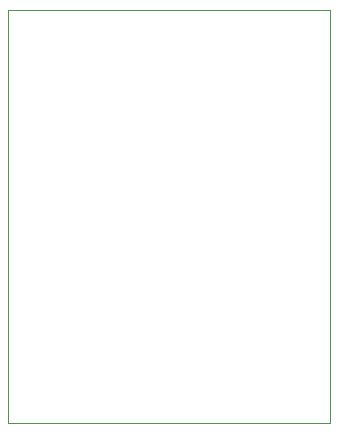
<source format=gm1>
%TF.GenerationSoftware,KiCad,Pcbnew,8.0.4*%
%TF.CreationDate,2024-11-20T20:48:10-05:00*%
%TF.ProjectId,voltage_regulator_3V3_ap2210,766f6c74-6167-4655-9f72-6567756c6174,rev?*%
%TF.SameCoordinates,Original*%
%TF.FileFunction,Profile,NP*%
%FSLAX46Y46*%
G04 Gerber Fmt 4.6, Leading zero omitted, Abs format (unit mm)*
G04 Created by KiCad (PCBNEW 8.0.4) date 2024-11-20 20:48:10*
%MOMM*%
%LPD*%
G01*
G04 APERTURE LIST*
%TA.AperFunction,Profile*%
%ADD10C,0.050000*%
%TD*%
G04 APERTURE END LIST*
D10*
X93250000Y-39750000D02*
X120500000Y-39750000D01*
X120500000Y-74750000D01*
X93250000Y-74750000D01*
X93250000Y-39750000D01*
M02*

</source>
